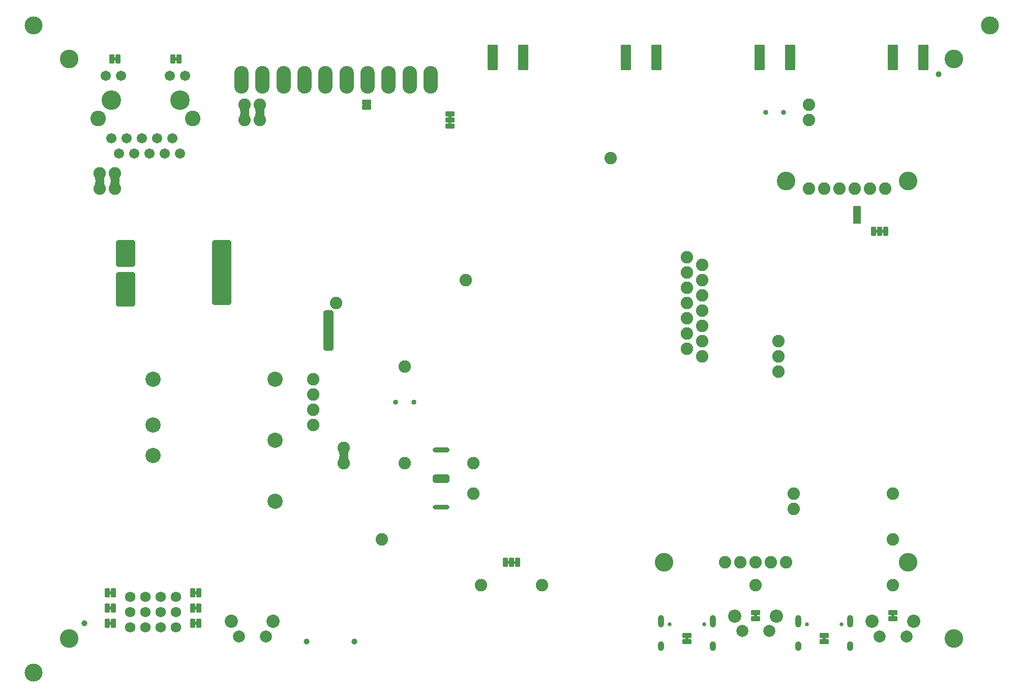
<source format=gbs>
%TF.GenerationSoftware,KiCad,Pcbnew,8.0.5*%
%TF.CreationDate,2024-11-08T12:55:20+00:00*%
%TF.ProjectId,SparkPNT_GNSSDO_panelized,53706172-6b50-44e5-945f-475053444f5f,rev?*%
%TF.SameCoordinates,Original*%
%TF.FileFunction,Soldermask,Bot*%
%TF.FilePolarity,Negative*%
%FSLAX46Y46*%
G04 Gerber Fmt 4.6, Leading zero omitted, Abs format (unit mm)*
G04 Created by KiCad (PCBNEW 8.0.5) date 2024-11-08 12:55:20*
%MOMM*%
%LPD*%
G01*
G04 APERTURE LIST*
G04 Aperture macros list*
%AMRoundRect*
0 Rectangle with rounded corners*
0 $1 Rounding radius*
0 $2 $3 $4 $5 $6 $7 $8 $9 X,Y pos of 4 corners*
0 Add a 4 corners polygon primitive as box body*
4,1,4,$2,$3,$4,$5,$6,$7,$8,$9,$2,$3,0*
0 Add four circle primitives for the rounded corners*
1,1,$1+$1,$2,$3*
1,1,$1+$1,$4,$5*
1,1,$1+$1,$6,$7*
1,1,$1+$1,$8,$9*
0 Add four rect primitives between the rounded corners*
20,1,$1+$1,$2,$3,$4,$5,0*
20,1,$1+$1,$4,$5,$6,$7,0*
20,1,$1+$1,$6,$7,$8,$9,0*
20,1,$1+$1,$8,$9,$2,$3,0*%
G04 Aperture macros list end*
%ADD10C,0.200000*%
%ADD11C,0.000000*%
%ADD12C,3.100000*%
%ADD13C,2.003200*%
%ADD14C,2.203200*%
%ADD15C,2.082800*%
%ADD16RoundRect,0.101600X-0.750000X-2.000000X0.750000X-2.000000X0.750000X2.000000X-0.750000X2.000000X0*%
%ADD17O,2.403200X4.603200*%
%ADD18C,2.540000*%
%ADD19C,1.727200*%
%ADD20C,1.000000*%
%ADD21C,0.850000*%
%ADD22C,0.650000*%
%ADD23O,1.000000X1.600000*%
%ADD24O,1.000000X2.100000*%
%ADD25C,3.250000*%
%ADD26C,1.703200*%
%ADD27C,2.603200*%
%ADD28RoundRect,0.101600X-0.330200X-0.635000X0.330200X-0.635000X0.330200X0.635000X-0.330200X0.635000X0*%
%ADD29RoundRect,0.101600X-0.635000X0.317500X-0.635000X-0.317500X0.635000X-0.317500X0.635000X0.317500X0*%
%ADD30RoundRect,0.101600X0.330200X0.635000X-0.330200X0.635000X-0.330200X-0.635000X0.330200X-0.635000X0*%
%ADD31RoundRect,0.101600X0.635000X-0.330200X0.635000X0.330200X-0.635000X0.330200X-0.635000X-0.330200X0*%
%ADD32RoundRect,0.101600X-0.635000X0.330200X-0.635000X-0.330200X0.635000X-0.330200X0.635000X0.330200X0*%
%ADD33C,3.000000*%
%ADD34RoundRect,0.085000X-0.635000X0.317500X-0.635000X-0.317500X0.635000X-0.317500X0.635000X0.317500X0*%
G04 APERTURE END LIST*
D10*
X65786000Y29591000D02*
X65786000Y28829000D01*
X65532000Y28575000D01*
X63373000Y28575000D01*
X63119000Y28829000D01*
X63119000Y29591000D01*
X63373000Y29845000D01*
X65532000Y29845000D01*
X65786000Y29591000D01*
G36*
X65786000Y29591000D02*
G01*
X65786000Y28829000D01*
X65532000Y28575000D01*
X63373000Y28575000D01*
X63119000Y28829000D01*
X63119000Y29591000D01*
X63373000Y29845000D01*
X65532000Y29845000D01*
X65786000Y29591000D01*
G37*
X13462000Y63246000D02*
X13462000Y58166000D01*
X13208000Y57912000D01*
X10668000Y57912000D01*
X10414000Y58166000D01*
X10414000Y63246000D01*
X10668000Y63500000D01*
X13208000Y63500000D01*
X13462000Y63246000D01*
G36*
X13462000Y63246000D02*
G01*
X13462000Y58166000D01*
X13208000Y57912000D01*
X10668000Y57912000D01*
X10414000Y58166000D01*
X10414000Y63246000D01*
X10668000Y63500000D01*
X13208000Y63500000D01*
X13462000Y63246000D01*
G37*
X65786000Y24511000D02*
X65786000Y24384000D01*
X65532000Y24130000D01*
X63373000Y24130000D01*
X63119000Y24384000D01*
X63119000Y24511000D01*
X63373000Y24765000D01*
X65532000Y24765000D01*
X65786000Y24511000D01*
G36*
X65786000Y24511000D02*
G01*
X65786000Y24384000D01*
X65532000Y24130000D01*
X63373000Y24130000D01*
X63119000Y24384000D01*
X63119000Y24511000D01*
X63373000Y24765000D01*
X65532000Y24765000D01*
X65786000Y24511000D01*
G37*
X65786000Y34036000D02*
X65786000Y33909000D01*
X65532000Y33655000D01*
X63373000Y33655000D01*
X63119000Y33909000D01*
X63119000Y34036000D01*
X63373000Y34290000D01*
X65532000Y34290000D01*
X65786000Y34036000D01*
G36*
X65786000Y34036000D02*
G01*
X65786000Y33909000D01*
X65532000Y33655000D01*
X63373000Y33655000D01*
X63119000Y33909000D01*
X63119000Y34036000D01*
X63373000Y34290000D01*
X65532000Y34290000D01*
X65786000Y34036000D01*
G37*
X29464000Y68580000D02*
X29464000Y58420000D01*
X29210000Y58166000D01*
X26670000Y58166000D01*
X26416000Y58420000D01*
X26416000Y68580000D01*
X26670000Y68834000D01*
X29210000Y68834000D01*
X29464000Y68580000D01*
G36*
X29464000Y68580000D02*
G01*
X29464000Y58420000D01*
X29210000Y58166000D01*
X26670000Y58166000D01*
X26416000Y58420000D01*
X26416000Y68580000D01*
X26670000Y68834000D01*
X29210000Y68834000D01*
X29464000Y68580000D01*
G37*
X46482000Y56896000D02*
X46482000Y50800000D01*
X46228000Y50546000D01*
X45212000Y50546000D01*
X44958000Y50800000D01*
X44958000Y56896000D01*
X45212000Y57150000D01*
X46228000Y57150000D01*
X46482000Y56896000D01*
G36*
X46482000Y56896000D02*
G01*
X46482000Y50800000D01*
X46228000Y50546000D01*
X45212000Y50546000D01*
X44958000Y50800000D01*
X44958000Y56896000D01*
X45212000Y57150000D01*
X46228000Y57150000D01*
X46482000Y56896000D01*
G37*
X134308500Y71748000D02*
X133165500Y71748000D01*
X133165500Y74542000D01*
X134308500Y74542000D01*
X134308500Y71748000D01*
G36*
X134308500Y71748000D02*
G01*
X133165500Y71748000D01*
X133165500Y74542000D01*
X134308500Y74542000D01*
X134308500Y71748000D01*
G37*
X13462000Y68580000D02*
X13462000Y64770000D01*
X13208000Y64516000D01*
X10668000Y64516000D01*
X10414000Y64770000D01*
X10414000Y68580000D01*
X10668000Y68834000D01*
X13208000Y68834000D01*
X13462000Y68580000D01*
G36*
X13462000Y68580000D02*
G01*
X13462000Y64770000D01*
X13208000Y64516000D01*
X10668000Y64516000D01*
X10414000Y64770000D01*
X10414000Y68580000D01*
X10668000Y68834000D01*
X13208000Y68834000D01*
X13462000Y68580000D01*
G37*
D11*
%TO.C,JP13*%
G36*
X10414000Y98819500D02*
G01*
X9906000Y98819500D01*
X9906000Y99300500D01*
X10414000Y99300500D01*
X10414000Y98819500D01*
G37*
%TO.C,JP6*%
G36*
X48983900Y32766000D02*
G01*
X47536100Y32766000D01*
X47536100Y33274000D01*
X48983900Y33274000D01*
X48983900Y32766000D01*
G37*
%TO.C,JP17*%
G36*
X9664700Y7379500D02*
G01*
X9156700Y7379500D01*
X9156700Y7860500D01*
X9664700Y7860500D01*
X9664700Y7379500D01*
G37*
%TO.C,JP1*%
G36*
X75933300Y14999500D02*
G01*
X75425300Y14999500D01*
X75425300Y15480500D01*
X75933300Y15480500D01*
X75933300Y14999500D01*
G37*
G36*
X76966000Y14976500D02*
G01*
X76458000Y14976500D01*
X76458000Y15457500D01*
X76966000Y15457500D01*
X76966000Y14976500D01*
G37*
%TO.C,JP22*%
G36*
X66153500Y88150700D02*
G01*
X65672500Y88150700D01*
X65672500Y88658700D01*
X66153500Y88658700D01*
X66153500Y88150700D01*
G37*
G36*
X66176500Y89183400D02*
G01*
X65695500Y89183400D01*
X65695500Y89691400D01*
X66176500Y89691400D01*
X66176500Y89183400D01*
G37*
%TO.C,JP16*%
G36*
X9664700Y9919500D02*
G01*
X9156700Y9919500D01*
X9156700Y10400500D01*
X9664700Y10400500D01*
X9664700Y9919500D01*
G37*
%TO.C,JP4*%
G36*
X10883900Y78486000D02*
G01*
X9436100Y78486000D01*
X9436100Y78994000D01*
X10883900Y78994000D01*
X10883900Y78486000D01*
G37*
%TO.C,JP19*%
G36*
X23863300Y9919500D02*
G01*
X23355300Y9919500D01*
X23355300Y10400500D01*
X23863300Y10400500D01*
X23863300Y9919500D01*
G37*
%TO.C,JP20*%
G36*
X23863300Y7379500D02*
G01*
X23355300Y7379500D01*
X23355300Y7860500D01*
X23863300Y7860500D01*
X23863300Y7379500D01*
G37*
%TO.C,JP10*%
G36*
X117080500Y6096000D02*
G01*
X116599500Y6096000D01*
X116599500Y6604000D01*
X117080500Y6604000D01*
X117080500Y6096000D01*
G37*
%TO.C,JP14*%
G36*
X137225500Y70133500D02*
G01*
X136717500Y70133500D01*
X136717500Y70614500D01*
X137225500Y70614500D01*
X137225500Y70133500D01*
G37*
G36*
X138258200Y70110500D02*
G01*
X137750200Y70110500D01*
X137750200Y70591500D01*
X138258200Y70591500D01*
X138258200Y70110500D01*
G37*
%TO.C,JP5*%
G36*
X8343900Y78486000D02*
G01*
X6896100Y78486000D01*
X6896100Y78994000D01*
X8343900Y78994000D01*
X8343900Y78486000D01*
G37*
%TO.C,JP18*%
G36*
X9664700Y4839500D02*
G01*
X9156700Y4839500D01*
X9156700Y5320500D01*
X9664700Y5320500D01*
X9664700Y4839500D01*
G37*
%TO.C,JP21*%
G36*
X23863300Y4839500D02*
G01*
X23355300Y4839500D01*
X23355300Y5320500D01*
X23863300Y5320500D01*
X23863300Y4839500D01*
G37*
%TO.C,JP9*%
G36*
X128510500Y2286000D02*
G01*
X128029500Y2286000D01*
X128029500Y2794000D01*
X128510500Y2794000D01*
X128510500Y2286000D01*
G37*
%TO.C,JP12*%
G36*
X20574000Y98819500D02*
G01*
X20066000Y98819500D01*
X20066000Y99300500D01*
X20574000Y99300500D01*
X20574000Y98819500D01*
G37*
%TO.C,JP11*%
G36*
X139940500Y6096000D02*
G01*
X139459500Y6096000D01*
X139459500Y6604000D01*
X139940500Y6604000D01*
X139940500Y6096000D01*
G37*
%TO.C,JP3*%
G36*
X35013900Y89916000D02*
G01*
X33566100Y89916000D01*
X33566100Y90424000D01*
X35013900Y90424000D01*
X35013900Y89916000D01*
G37*
%TO.C,JP2*%
G36*
X32473900Y89916000D02*
G01*
X31026100Y89916000D01*
X31026100Y90424000D01*
X32473900Y90424000D01*
X32473900Y89916000D01*
G37*
%TO.C,JP8*%
G36*
X105650500Y2286000D02*
G01*
X105169500Y2286000D01*
X105169500Y2794000D01*
X105650500Y2794000D01*
X105650500Y2286000D01*
G37*
%TD*%
D12*
%TO.C,ST8*%
X142240000Y15240000D03*
%TD*%
D13*
%TO.C,SW2*%
X137450000Y2921000D03*
X141950000Y2921000D03*
D14*
X136200000Y5421000D03*
X143200000Y5421000D03*
%TD*%
D15*
%TO.C,TP11*%
X105410000Y55880000D03*
%TD*%
%TO.C,TP32*%
X128270000Y77470000D03*
%TD*%
%TO.C,TP41*%
X68580000Y62230000D03*
%TD*%
%TO.C,TP22*%
X92710000Y82550000D03*
%TD*%
%TO.C,TP21*%
X105410000Y63500000D03*
%TD*%
%TO.C,TP18*%
X107950000Y59690000D03*
%TD*%
%TO.C,TP2*%
X43180000Y38100000D03*
%TD*%
D12*
%TO.C,ST3*%
X149860000Y2540000D03*
%TD*%
D15*
%TO.C,TP20*%
X107950000Y64770000D03*
%TD*%
%TO.C,TP25*%
X71120000Y11430000D03*
%TD*%
%TO.C,TP9*%
X43180000Y40640000D03*
%TD*%
%TO.C,TP6*%
X54610000Y19050000D03*
%TD*%
D16*
%TO.C,J1*%
X73025000Y99314000D03*
X78105000Y99314000D03*
%TD*%
D15*
%TO.C,TP45*%
X111760000Y15240000D03*
%TD*%
%TO.C,TP30*%
X105410000Y66040000D03*
%TD*%
D16*
%TO.C,J3*%
X139700000Y99314000D03*
X144780000Y99314000D03*
%TD*%
D15*
%TO.C,TP3*%
X43180000Y45720000D03*
%TD*%
%TO.C,TP5*%
X69850000Y26670000D03*
%TD*%
%TO.C,TP14*%
X107950000Y52070000D03*
%TD*%
D17*
%TO.C,J9*%
X62740000Y95625000D03*
X59240000Y95625000D03*
X55740000Y95625000D03*
X52240000Y95625000D03*
X48740000Y95625000D03*
X45240000Y95625000D03*
X41740000Y95625000D03*
X38240000Y95625000D03*
X34740000Y95625000D03*
X31240000Y95625000D03*
%TD*%
D15*
%TO.C,TP26*%
X81280000Y11430000D03*
%TD*%
D12*
%TO.C,ST4*%
X2540000Y2540000D03*
%TD*%
D18*
%TO.C,U6*%
X16510000Y33020000D03*
X16510000Y38100000D03*
X16510000Y45720000D03*
X36830000Y45720000D03*
X36830000Y35560000D03*
X36830000Y25400000D03*
%TD*%
D15*
%TO.C,TP13*%
X107950000Y54610000D03*
%TD*%
%TO.C,TP1*%
X120650000Y49530000D03*
%TD*%
D12*
%TO.C,ST1*%
X149860000Y99060000D03*
%TD*%
D15*
%TO.C,TP37*%
X116840000Y11430000D03*
%TD*%
%TO.C,TP29*%
X107950000Y49530000D03*
%TD*%
D12*
%TO.C,ST5*%
X142240000Y78740000D03*
%TD*%
D19*
%TO.C,D12*%
X17780000Y9525000D03*
X17780000Y6985000D03*
X17780000Y4445000D03*
X20320000Y9525000D03*
X20320000Y6985000D03*
X20320000Y4445000D03*
%TD*%
D15*
%TO.C,TP43*%
X120650000Y52070000D03*
%TD*%
D20*
%TO.C,J6*%
X42040000Y2032000D03*
X50040000Y2032000D03*
%TD*%
D16*
%TO.C,J12*%
X95250000Y99314000D03*
X100330000Y99314000D03*
%TD*%
D15*
%TO.C,TP7*%
X69850000Y31750000D03*
%TD*%
%TO.C,TP24*%
X120650000Y46990000D03*
%TD*%
D21*
%TO.C,SW4*%
X56920000Y41910000D03*
X59920000Y41910000D03*
%TD*%
D15*
%TO.C,TP50*%
X114300000Y15240000D03*
%TD*%
%TO.C,TP33*%
X125730000Y77470000D03*
%TD*%
D12*
%TO.C,ST2*%
X2540000Y99060000D03*
%TD*%
D15*
%TO.C,TP27*%
X135890000Y77470000D03*
%TD*%
D22*
%TO.C,J4*%
X125380000Y4905000D03*
X131160000Y4905000D03*
D23*
X123952000Y1255000D03*
D24*
X123952000Y5435000D03*
X132588000Y5435000D03*
D23*
X132588000Y1255000D03*
%TD*%
D15*
%TO.C,TP48*%
X138430000Y77470000D03*
%TD*%
D22*
%TO.C,J2*%
X102520000Y4905000D03*
X108300000Y4905000D03*
D23*
X101092000Y1255000D03*
D24*
X101092000Y5435000D03*
X109728000Y5435000D03*
D23*
X109728000Y1255000D03*
%TD*%
D15*
%TO.C,TP49*%
X119380000Y15240000D03*
%TD*%
%TO.C,TP42*%
X125730000Y91440000D03*
%TD*%
%TO.C,TP15*%
X107950000Y57150000D03*
%TD*%
D16*
%TO.C,J8*%
X117475000Y99314000D03*
X122555000Y99314000D03*
%TD*%
D15*
%TO.C,TP35*%
X123190000Y24130000D03*
%TD*%
D19*
%TO.C,D11*%
X12700000Y9525000D03*
X12700000Y6985000D03*
X12700000Y4445000D03*
X15240000Y9525000D03*
X15240000Y6985000D03*
X15240000Y4445000D03*
%TD*%
D15*
%TO.C,TP47*%
X121920000Y15240000D03*
%TD*%
%TO.C,TP34*%
X123190000Y26670000D03*
%TD*%
%TO.C,TP31*%
X130810000Y77470000D03*
%TD*%
D13*
%TO.C,SW1*%
X114590000Y3810000D03*
X119090000Y3810000D03*
D14*
X113340000Y6310000D03*
X120340000Y6310000D03*
%TD*%
D15*
%TO.C,TP44*%
X125730000Y88900000D03*
%TD*%
%TO.C,TP40*%
X58420000Y47879000D03*
%TD*%
D12*
%TO.C,ST6*%
X121920000Y78740000D03*
%TD*%
D25*
%TO.C,J5*%
X20955000Y92202000D03*
X9525000Y92202000D03*
D26*
X20955000Y83312000D03*
X19685000Y85852000D03*
X18415000Y83312000D03*
X17145000Y85852000D03*
X15875000Y83312000D03*
X14605000Y85852000D03*
X13335000Y83312000D03*
X12065000Y85852000D03*
X10795000Y83312000D03*
X9525000Y85852000D03*
X21870000Y96262000D03*
X19330000Y96262000D03*
X11150000Y96262000D03*
X8610000Y96262000D03*
D27*
X23115000Y89152000D03*
X7365000Y89152000D03*
%TD*%
D15*
%TO.C,TP10*%
X105410000Y53340000D03*
%TD*%
%TO.C,TP28*%
X133350000Y77470000D03*
%TD*%
%TO.C,TP16*%
X105410000Y58420000D03*
%TD*%
%TO.C,TP4*%
X58420000Y31750000D03*
%TD*%
%TO.C,TP19*%
X107950000Y62230000D03*
%TD*%
%TO.C,TP38*%
X139700000Y26670000D03*
%TD*%
%TO.C,TP17*%
X105410000Y60960000D03*
%TD*%
%TO.C,TP36*%
X139700000Y11430000D03*
%TD*%
D13*
%TO.C,SW3*%
X30770000Y2921000D03*
X35270000Y2921000D03*
D14*
X29520000Y5421000D03*
X36520000Y5421000D03*
%TD*%
D12*
%TO.C,ST7*%
X101600000Y15240000D03*
%TD*%
D15*
%TO.C,TP12*%
X105410000Y50800000D03*
%TD*%
%TO.C,TP39*%
X139700000Y19050000D03*
%TD*%
%TO.C,TP8*%
X43180000Y43180000D03*
%TD*%
%TO.C,TP23*%
X46990000Y58420000D03*
%TD*%
D21*
%TO.C,SW5*%
X118515000Y90170000D03*
X121515000Y90170000D03*
%TD*%
D15*
%TO.C,TP46*%
X116840000Y15240000D03*
%TD*%
D28*
%TO.C,JP13*%
X9639300Y99060000D03*
X10680700Y99060000D03*
%TD*%
D15*
%TO.C,JP6*%
X48260000Y34290000D03*
D29*
X48260000Y33528000D03*
X48260000Y32512000D03*
D15*
X48260000Y31750000D03*
%TD*%
D28*
%TO.C,JP17*%
X8890000Y7620000D03*
X9931400Y7620000D03*
%TD*%
%TO.C,JP1*%
X75158600Y15240000D03*
X76200000Y15240000D03*
D30*
X77241400Y15240000D03*
%TD*%
D31*
%TO.C,JP22*%
X65913000Y87884000D03*
X65913000Y88925400D03*
D32*
X65913000Y89966800D03*
%TD*%
D28*
%TO.C,JP16*%
X8890000Y10160000D03*
X9931400Y10160000D03*
%TD*%
D15*
%TO.C,JP4*%
X10160000Y80010000D03*
D29*
X10160000Y79248000D03*
X10160000Y78232000D03*
D15*
X10160000Y77470000D03*
%TD*%
D30*
%TO.C,JP19*%
X24130000Y10160000D03*
X23088600Y10160000D03*
%TD*%
%TO.C,JP20*%
X24130000Y7620000D03*
X23088600Y7620000D03*
%TD*%
D31*
%TO.C,JP10*%
X116840000Y5829300D03*
X116840000Y6870700D03*
%TD*%
D30*
%TO.C,JP14*%
X138524900Y70351000D03*
X137483500Y70351000D03*
D28*
X136442100Y70351000D03*
%TD*%
D15*
%TO.C,JP5*%
X7620000Y80010000D03*
D29*
X7620000Y79248000D03*
X7620000Y78232000D03*
D15*
X7620000Y77470000D03*
%TD*%
D20*
%TO.C,FID2*%
X5080000Y5080000D03*
%TD*%
%TO.C,FID1*%
X147320000Y96520000D03*
%TD*%
D28*
%TO.C,JP18*%
X8890000Y5080000D03*
X9931400Y5080000D03*
%TD*%
D30*
%TO.C,JP21*%
X24130000Y5080000D03*
X23088600Y5080000D03*
%TD*%
D32*
%TO.C,JP9*%
X128270000Y3060700D03*
X128270000Y2019300D03*
%TD*%
D33*
%TO.C,*%
X-3425000Y-3080000D03*
%TD*%
%TO.C,*%
X-3425000Y104680000D03*
%TD*%
D28*
%TO.C,JP12*%
X19799300Y99060000D03*
X20840700Y99060000D03*
%TD*%
D34*
%TO.C,JP15*%
X52070000Y91846400D03*
X52070000Y91033600D03*
%TD*%
D31*
%TO.C,JP11*%
X139700000Y5829300D03*
X139700000Y6870700D03*
%TD*%
D15*
%TO.C,JP3*%
X34290000Y91440000D03*
D29*
X34290000Y90678000D03*
X34290000Y89662000D03*
D15*
X34290000Y88900000D03*
%TD*%
%TO.C,JP2*%
X31750000Y91440000D03*
D29*
X31750000Y90678000D03*
X31750000Y89662000D03*
D15*
X31750000Y88900000D03*
%TD*%
D33*
%TO.C,*%
X155825000Y104680000D03*
%TD*%
D32*
%TO.C,JP8*%
X105410000Y3060700D03*
X105410000Y2019300D03*
%TD*%
M02*

</source>
